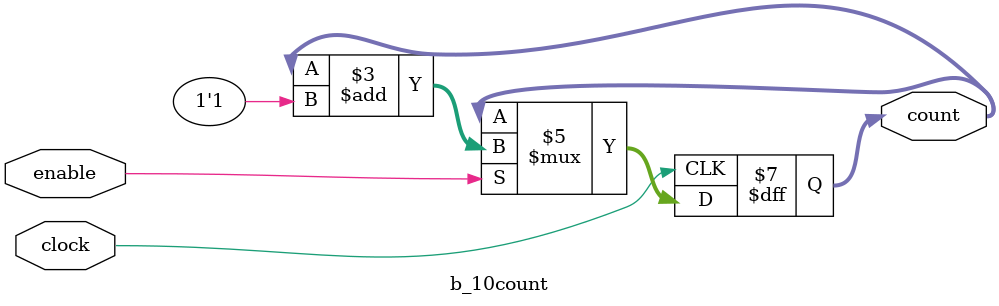
<source format=v>
module b_10count(
			count,
			clock,
			enable
			);
			input clock;
			input enable;
			output reg [9:0] count;
			
			initial count = 10'b0;
			
			always @ (posedge clock)
				if (enable == 1'b1)begin
					count <= count + 1'b1;
					end

endmodule
</source>
